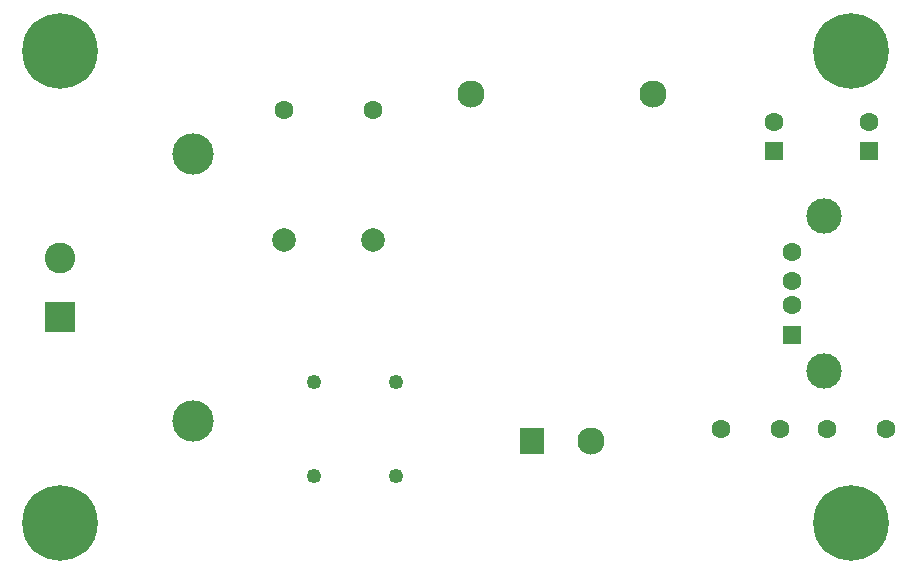
<source format=gbr>
%TF.GenerationSoftware,KiCad,Pcbnew,(5.1.7)-1*%
%TF.CreationDate,2021-03-19T19:49:46+01:00*%
%TF.ProjectId,LowNoise5V,4c6f774e-6f69-4736-9535-562e6b696361,rev?*%
%TF.SameCoordinates,Original*%
%TF.FileFunction,Soldermask,Bot*%
%TF.FilePolarity,Negative*%
%FSLAX46Y46*%
G04 Gerber Fmt 4.6, Leading zero omitted, Abs format (unit mm)*
G04 Created by KiCad (PCBNEW (5.1.7)-1) date 2021-03-19 19:49:46*
%MOMM*%
%LPD*%
G01*
G04 APERTURE LIST*
%ADD10R,2.600000X2.600000*%
%ADD11C,2.600000*%
%ADD12C,3.500000*%
%ADD13C,1.600000*%
%ADD14R,1.500000X1.600000*%
%ADD15C,3.000000*%
%ADD16C,2.300000*%
%ADD17R,2.000000X2.300000*%
%ADD18C,6.400000*%
%ADD19C,0.800000*%
%ADD20C,1.250000*%
%ADD21R,1.600000X1.600000*%
%ADD22C,2.000000*%
G04 APERTURE END LIST*
D10*
%TO.C,J2*%
X7000000Y-29500000D03*
D11*
X7000000Y-24500000D03*
%TD*%
D12*
%TO.C,F1*%
X18250000Y-15700000D03*
X18250000Y-38300000D03*
%TD*%
D13*
%TO.C,J1*%
X69000000Y-24000000D03*
X69000000Y-26500000D03*
X69000000Y-28500000D03*
D14*
X69000000Y-31000000D03*
D15*
X71710000Y-20930000D03*
X71710000Y-34070000D03*
%TD*%
D16*
%TO.C,PS1*%
X57200000Y-10600000D03*
X52000000Y-40000000D03*
D17*
X47000000Y-40000000D03*
D16*
X41800000Y-10600000D03*
%TD*%
D18*
%TO.C,REF\u002A\u002A*%
X74000000Y-7000000D03*
D19*
X76400000Y-7000000D03*
X75697056Y-8697056D03*
X74000000Y-9400000D03*
X72302944Y-8697056D03*
X71600000Y-7000000D03*
X72302944Y-5302944D03*
X74000000Y-4600000D03*
X75697056Y-5302944D03*
%TD*%
%TO.C,REF\u002A\u002A*%
X75697056Y-45302944D03*
X74000000Y-44600000D03*
X72302944Y-45302944D03*
X71600000Y-47000000D03*
X72302944Y-48697056D03*
X74000000Y-49400000D03*
X75697056Y-48697056D03*
X76400000Y-47000000D03*
D18*
X74000000Y-47000000D03*
%TD*%
%TO.C,REF\u002A\u002A*%
X7000000Y-47000000D03*
D19*
X9400000Y-47000000D03*
X8697056Y-48697056D03*
X7000000Y-49400000D03*
X5302944Y-48697056D03*
X4600000Y-47000000D03*
X5302944Y-45302944D03*
X7000000Y-44600000D03*
X8697056Y-45302944D03*
%TD*%
%TO.C,REF\u002A\u002A*%
X8697056Y-5302944D03*
X7000000Y-4600000D03*
X5302944Y-5302944D03*
X4600000Y-7000000D03*
X5302944Y-8697056D03*
X7000000Y-9400000D03*
X8697056Y-8697056D03*
X9400000Y-7000000D03*
D18*
X7000000Y-7000000D03*
%TD*%
D20*
%TO.C,FL1*%
X28500000Y-43000000D03*
X35500000Y-43000000D03*
X35500000Y-35000000D03*
X28500000Y-35000000D03*
%TD*%
D13*
%TO.C,RV1*%
X33500000Y-12000000D03*
X26000000Y-12000000D03*
%TD*%
%TO.C,C3*%
X67500000Y-13000000D03*
D21*
X67500000Y-15500000D03*
%TD*%
D22*
%TO.C,C1*%
X33500000Y-23000000D03*
X26000000Y-23000000D03*
%TD*%
D13*
%TO.C,C5*%
X77000000Y-39000000D03*
X72000000Y-39000000D03*
%TD*%
%TO.C,C4*%
X68000000Y-39000000D03*
X63000000Y-39000000D03*
%TD*%
%TO.C,C2*%
X75500000Y-13000000D03*
D21*
X75500000Y-15500000D03*
%TD*%
M02*

</source>
